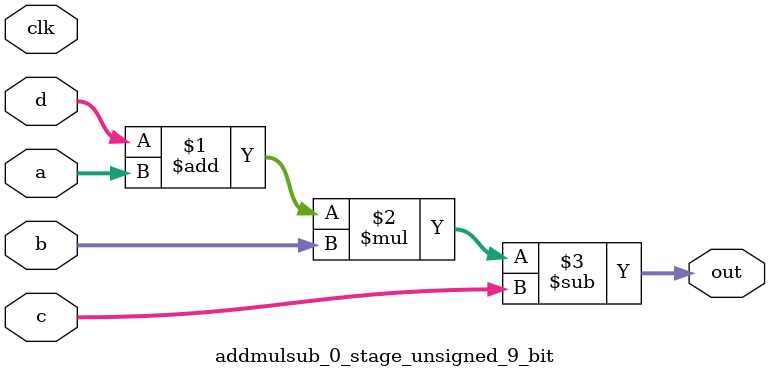
<source format=sv>
(* use_dsp = "yes" *) module addmulsub_0_stage_unsigned_9_bit(
	input  [8:0] a,
	input  [8:0] b,
	input  [8:0] c,
	input  [8:0] d,
	output [8:0] out,
	input clk);

	assign out = ((d + a) * b) - c;
endmodule

</source>
